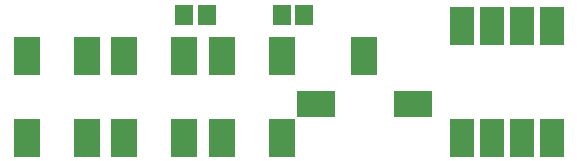
<source format=gbr>
%FSLAX34Y34*%
%MOMM*%
%LNSMDMASK_TOP*%
G71*
G01*
%ADD10R, 2.00X3.20*%
%ADD11R, 2.20X3.20*%
%ADD12R, 3.20X2.20*%
%ADD13R, 1.50X1.80*%
%LPD*%
X476250Y561975D02*
G54D10*
D03*
X501650Y561975D02*
G54D10*
D03*
X527050Y561975D02*
G54D10*
D03*
X552450Y561975D02*
G54D10*
D03*
X476250Y657225D02*
G54D10*
D03*
X501650Y657225D02*
G54D10*
D03*
X527050Y657225D02*
G54D10*
D03*
X552450Y657225D02*
G54D10*
D03*
X273050Y631825D02*
G54D11*
D03*
X273050Y561975D02*
G54D11*
D03*
X323850Y561975D02*
G54D11*
D03*
X323850Y631825D02*
G54D11*
D03*
X393750Y631875D02*
G54D11*
D03*
X352475Y590600D02*
G54D12*
D03*
X435025Y590600D02*
G54D12*
D03*
X190500Y631825D02*
G54D11*
D03*
X190500Y561975D02*
G54D11*
D03*
X241300Y561975D02*
G54D11*
D03*
X241300Y631825D02*
G54D11*
D03*
X107950Y631825D02*
G54D11*
D03*
X107950Y561975D02*
G54D11*
D03*
X158750Y561975D02*
G54D11*
D03*
X158750Y631825D02*
G54D11*
D03*
X260350Y666750D02*
G54D13*
D03*
X241350Y666750D02*
G54D13*
D03*
X342900Y666750D02*
G54D13*
D03*
X323900Y666750D02*
G54D13*
D03*
M02*

</source>
